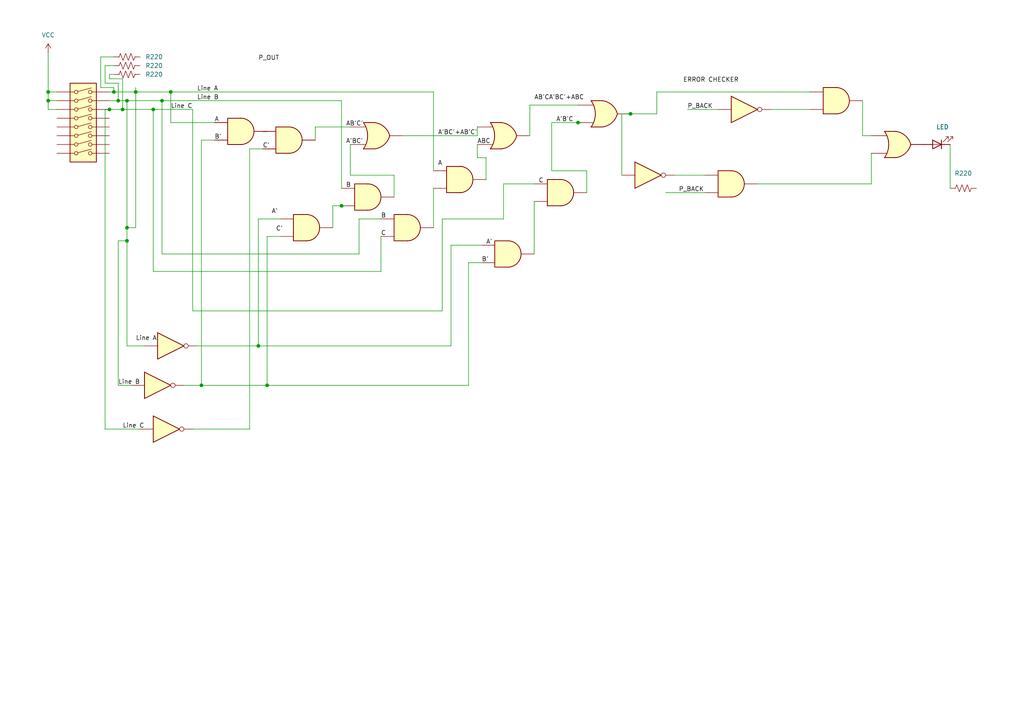
<source format=kicad_sch>
(kicad_sch (version 20250114) (generator "eeschema") (generator_version "9.0")
  (paper "A4")
  (lib_symbols
    (symbol "0_74xx:74HC08" (pin_numbers (hide yes)) (pin_names (offset 1.016) (hide yes))
      (property "Reference" "U" (at -2.54 5.08 0))
      (property "Value" "74HC08" (at 0 -5.08 0))
      (symbol "74HC08_1_1"
        (arc (start 0 3.81) (mid 3.7934 0) (end 0 -3.81) (stroke (width 0.254)) (fill (type background)))
        (polyline (pts (xy 0 3.81) (xy -3.81 3.81) (xy -3.81 -3.81) (xy 0 -3.81)) (stroke (width 0.254)) (fill (type background)))
        (pin input line (at -7.62 2.54 0) (length 3.81) (name "~") (number "1"))
        (pin input line (at -7.62 -2.54 0) (length 3.81) (name "~") (number "2"))
        (pin output line (at 7.62 0 180) (length 3.81) (name "~") (number "3"))
      )
      (symbol "74HC08_1_2"
        (arc (start -3.81 3.81) (mid -2.589 0) (end -3.81 -3.81) (stroke (width 0.254)))
        (polyline (pts (xy -3.81 3.81) (xy -0.635 3.81)) (stroke (width 0.254)) (fill (type background)))
        (polyline (pts (xy -3.81 -3.81) (xy -0.635 -3.81)) (stroke (width 0.254)) (fill (type background)))
        (arc (start 3.81 0) (mid 2.1855 -2.584) (end -0.6096 -3.81) (stroke (width 0.254)) (fill (type background)))
        (arc (start -0.6096 3.81) (mid 2.1928 2.5924) (end 3.81 0) (stroke (width 0.254)) (fill (type background)))
        (polyline (pts (xy -0.635 3.81) (xy -3.81 3.81) (xy -3.81 3.81) (xy -3.556 3.4036) (xy -3.0226 2.2606) (xy -2.6924 1.0414) (xy -2.6162 -0.254) (xy -2.7686 -1.4986) (xy -3.175 -2.7178) (xy -3.81 -3.81) (xy -3.81 -3.81) (xy -0.635 -3.81)) (stroke (width -25.4)) (fill (type background)))
        (pin input inverted (at -7.62 2.54 0) (length 4.318) (name "~") (number "1"))
        (pin input inverted (at -7.62 -2.54 0) (length 4.318) (name "~") (number "2"))
        (pin output inverted (at 7.62 0 180) (length 3.81) (name "~") (number "3"))
      )
      (symbol "74HC08_2_1"
        (arc (start 0 3.81) (mid 3.7934 0) (end 0 -3.81) (stroke (width 0.254)) (fill (type background)))
        (polyline (pts (xy 0 3.81) (xy -3.81 3.81) (xy -3.81 -3.81) (xy 0 -3.81)) (stroke (width 0.254)) (fill (type background)))
        (pin input line (at -7.62 2.54 0) (length 3.81) (name "~") (number "4"))
        (pin input line (at -7.62 -2.54 0) (length 3.81) (name "~") (number "5"))
        (pin output line (at 7.62 0 180) (length 3.81) (name "~") (number "6"))
      )
      (symbol "74HC08_2_2"
        (arc (start -3.81 3.81) (mid -2.589 0) (end -3.81 -3.81) (stroke (width 0.254)))
        (polyline (pts (xy -3.81 3.81) (xy -0.635 3.81)) (stroke (width 0.254)) (fill (type background)))
        (polyline (pts (xy -3.81 -3.81) (xy -0.635 -3.81)) (stroke (width 0.254)) (fill (type background)))
        (arc (start 3.81 0) (mid 2.1855 -2.584) (end -0.6096 -3.81) (stroke (width 0.254)) (fill (type background)))
        (arc (start -0.6096 3.81) (mid 2.1928 2.5924) (end 3.81 0) (stroke (width 0.254)) (fill (type background)))
        (polyline (pts (xy -0.635 3.81) (xy -3.81 3.81) (xy -3.81 3.81) (xy -3.556 3.4036) (xy -3.0226 2.2606) (xy -2.6924 1.0414) (xy -2.6162 -0.254) (xy -2.7686 -1.4986) (xy -3.175 -2.7178) (xy -3.81 -3.81) (xy -3.81 -3.81) (xy -0.635 -3.81)) (stroke (width -25.4)) (fill (type background)))
        (pin input inverted (at -7.62 2.54 0) (length 4.318) (name "~") (number "4"))
        (pin input inverted (at -7.62 -2.54 0) (length 4.318) (name "~") (number "5"))
        (pin output inverted (at 7.62 0 180) (length 3.81) (name "~") (number "6"))
      )
      (symbol "74HC08_3_1"
        (arc (start 0 3.81) (mid 3.7934 0) (end 0 -3.81) (stroke (width 0.254)) (fill (type background)))
        (polyline (pts (xy 0 3.81) (xy -3.81 3.81) (xy -3.81 -3.81) (xy 0 -3.81)) (stroke (width 0.254)) (fill (type background)))
        (pin input line (at -7.62 2.54 0) (length 3.81) (name "~") (number "9"))
        (pin input line (at -7.62 -2.54 0) (length 3.81) (name "~") (number "10"))
        (pin output line (at 7.62 0 180) (length 3.81) (name "~") (number "8"))
      )
      (symbol "74HC08_3_2"
        (arc (start -3.81 3.81) (mid -2.589 0) (end -3.81 -3.81) (stroke (width 0.254)))
        (polyline (pts (xy -3.81 3.81) (xy -0.635 3.81)) (stroke (width 0.254)) (fill (type background)))
        (polyline (pts (xy -3.81 -3.81) (xy -0.635 -3.81)) (stroke (width 0.254)) (fill (type background)))
        (arc (start 3.81 0) (mid 2.1855 -2.584) (end -0.6096 -3.81) (stroke (width 0.254)) (fill (type background)))
        (arc (start -0.6096 3.81) (mid 2.1928 2.5924) (end 3.81 0) (stroke (width 0.254)) (fill (type background)))
        (polyline (pts (xy -0.635 3.81) (xy -3.81 3.81) (xy -3.81 3.81) (xy -3.556 3.4036) (xy -3.0226 2.2606) (xy -2.6924 1.0414) (xy -2.6162 -0.254) (xy -2.7686 -1.4986) (xy -3.175 -2.7178) (xy -3.81 -3.81) (xy -3.81 -3.81) (xy -0.635 -3.81)) (stroke (width -25.4)) (fill (type background)))
        (pin input inverted (at -7.62 2.54 0) (length 4.318) (name "~") (number "9"))
        (pin input inverted (at -7.62 -2.54 0) (length 4.318) (name "~") (number "10"))
        (pin output inverted (at 7.62 0 180) (length 3.81) (name "~") (number "8"))
      )
      (symbol "74HC08_4_1"
        (arc (start 0 3.81) (mid 3.7934 0) (end 0 -3.81) (stroke (width 0.254)) (fill (type background)))
        (polyline (pts (xy 0 3.81) (xy -3.81 3.81) (xy -3.81 -3.81) (xy 0 -3.81)) (stroke (width 0.254)) (fill (type background)))
        (pin input line (at -7.62 2.54 0) (length 3.81) (name "~") (number "12"))
        (pin input line (at -7.62 -2.54 0) (length 3.81) (name "~") (number "13"))
        (pin output line (at 7.62 0 180) (length 3.81) (name "~") (number "11"))
      )
      (symbol "74HC08_4_2"
        (arc (start -3.81 3.81) (mid -2.589 0) (end -3.81 -3.81) (stroke (width 0.254)))
        (polyline (pts (xy -3.81 3.81) (xy -0.635 3.81)) (stroke (width 0.254)) (fill (type background)))
        (polyline (pts (xy -3.81 -3.81) (xy -0.635 -3.81)) (stroke (width 0.254)) (fill (type background)))
        (arc (start 3.81 0) (mid 2.1855 -2.584) (end -0.6096 -3.81) (stroke (width 0.254)) (fill (type background)))
        (arc (start -0.6096 3.81) (mid 2.1928 2.5924) (end 3.81 0) (stroke (width 0.254)) (fill (type background)))
        (polyline (pts (xy -0.635 3.81) (xy -3.81 3.81) (xy -3.81 3.81) (xy -3.556 3.4036) (xy -3.0226 2.2606) (xy -2.6924 1.0414) (xy -2.6162 -0.254) (xy -2.7686 -1.4986) (xy -3.175 -2.7178) (xy -3.81 -3.81) (xy -3.81 -3.81) (xy -0.635 -3.81)) (stroke (width -25.4)) (fill (type background)))
        (pin input inverted (at -7.62 2.54 0) (length 4.318) (name "~") (number "12"))
        (pin input inverted (at -7.62 -2.54 0) (length 4.318) (name "~") (number "13"))
        (pin output inverted (at 7.62 0 180) (length 3.81) (name "~") (number "11"))
      )
      (symbol "74HC08_5_0"
        (pin power_in line (at 0 12.7 270) (length 5.08) (name "VCC") (number "14"))
        (pin power_in line (at 0 -12.7 90) (length 5.08) (name "GND") (number "7"))
      )
      (symbol "74HC08_5_1"
        (rectangle (start -5.08 7.62) (end 5.08 -7.62) (stroke (width 0.254)) (fill (type background)))
      )
      (symbol "74HC08_5_2"
        (rectangle (start -5.08 7.62) (end 5.08 -7.62) (stroke (width 0.254)) (fill (type background)))
      )
    )
    (symbol "0_74xx:74HC32" (pin_numbers (hide yes)) (pin_names (offset 1.016) (hide yes))
      (property "Reference" "U" (at -2.54 5.08 0))
      (property "Value" "74HC32" (at 0 -5.08 0))
      (symbol "74HC32_1_1"
        (arc (start -3.81 3.81) (mid -2.589 0) (end -3.81 -3.81) (stroke (width 0.254)))
        (polyline (pts (xy -3.81 3.81) (xy -0.635 3.81)) (stroke (width 0.254)) (fill (type background)))
        (polyline (pts (xy -3.81 -3.81) (xy -0.635 -3.81)) (stroke (width 0.254)) (fill (type background)))
        (arc (start 3.81 0) (mid 2.1855 -2.584) (end -0.6096 -3.81) (stroke (width 0.254)) (fill (type background)))
        (arc (start -0.6096 3.81) (mid 2.1928 2.5924) (end 3.81 0) (stroke (width 0.254)) (fill (type background)))
        (polyline (pts (xy -0.635 3.81) (xy -3.81 3.81) (xy -3.81 3.81) (xy -3.556 3.4036) (xy -3.0226 2.2606) (xy -2.6924 1.0414) (xy -2.6162 -0.254) (xy -2.7686 -1.4986) (xy -3.175 -2.7178) (xy -3.81 -3.81) (xy -3.81 -3.81) (xy -0.635 -3.81)) (stroke (width -25.4)) (fill (type background)))
        (pin input line (at -7.62 2.54 0) (length 4.318) (name "~") (number "1"))
        (pin input line (at -7.62 -2.54 0) (length 4.318) (name "~") (number "2"))
        (pin output line (at 7.62 0 180) (length 3.81) (name "~") (number "3"))
      )
      (symbol "74HC32_1_2"
        (arc (start 0 3.81) (mid 3.7934 0) (end 0 -3.81) (stroke (width 0.254)) (fill (type background)))
        (polyline (pts (xy 0 3.81) (xy -3.81 3.81) (xy -3.81 -3.81) (xy 0 -3.81)) (stroke (width 0.254)) (fill (type background)))
        (pin input inverted (at -7.62 2.54 0) (length 3.81) (name "~") (number "1"))
        (pin input inverted (at -7.62 -2.54 0) (length 3.81) (name "~") (number "2"))
        (pin output inverted (at 7.62 0 180) (length 3.81) (name "~") (number "3"))
      )
      (symbol "74HC32_2_1"
        (arc (start -3.81 3.81) (mid -2.589 0) (end -3.81 -3.81) (stroke (width 0.254)))
        (polyline (pts (xy -3.81 3.81) (xy -0.635 3.81)) (stroke (width 0.254)) (fill (type background)))
        (polyline (pts (xy -3.81 -3.81) (xy -0.635 -3.81)) (stroke (width 0.254)) (fill (type background)))
        (arc (start 3.81 0) (mid 2.1855 -2.584) (end -0.6096 -3.81) (stroke (width 0.254)) (fill (type background)))
        (arc (start -0.6096 3.81) (mid 2.1928 2.5924) (end 3.81 0) (stroke (width 0.254)) (fill (type background)))
        (polyline (pts (xy -0.635 3.81) (xy -3.81 3.81) (xy -3.81 3.81) (xy -3.556 3.4036) (xy -3.0226 2.2606) (xy -2.6924 1.0414) (xy -2.6162 -0.254) (xy -2.7686 -1.4986) (xy -3.175 -2.7178) (xy -3.81 -3.81) (xy -3.81 -3.81) (xy -0.635 -3.81)) (stroke (width -25.4)) (fill (type background)))
        (pin input line (at -7.62 2.54 0) (length 4.318) (name "~") (number "4"))
        (pin input line (at -7.62 -2.54 0) (length 4.318) (name "~") (number "5"))
        (pin output line (at 7.62 0 180) (length 3.81) (name "~") (number "6"))
      )
      (symbol "74HC32_2_2"
        (arc (start 0 3.81) (mid 3.7934 0) (end 0 -3.81) (stroke (width 0.254)) (fill (type background)))
        (polyline (pts (xy 0 3.81) (xy -3.81 3.81) (xy -3.81 -3.81) (xy 0 -3.81)) (stroke (width 0.254)) (fill (type background)))
        (pin input inverted (at -7.62 2.54 0) (length 3.81) (name "~") (number "4"))
        (pin input inverted (at -7.62 -2.54 0) (length 3.81) (name "~") (number "5"))
        (pin output inverted (at 7.62 0 180) (length 3.81) (name "~") (number "6"))
      )
      (symbol "74HC32_3_1"
        (arc (start -3.81 3.81) (mid -2.589 0) (end -3.81 -3.81) (stroke (width 0.254)))
        (polyline (pts (xy -3.81 3.81) (xy -0.635 3.81)) (stroke (width 0.254)) (fill (type background)))
        (polyline (pts (xy -3.81 -3.81) (xy -0.635 -3.81)) (stroke (width 0.254)) (fill (type background)))
        (arc (start 3.81 0) (mid 2.1855 -2.584) (end -0.6096 -3.81) (stroke (width 0.254)) (fill (type background)))
        (arc (start -0.6096 3.81) (mid 2.1928 2.5924) (end 3.81 0) (stroke (width 0.254)) (fill (type background)))
        (polyline (pts (xy -0.635 3.81) (xy -3.81 3.81) (xy -3.81 3.81) (xy -3.556 3.4036) (xy -3.0226 2.2606) (xy -2.6924 1.0414) (xy -2.6162 -0.254) (xy -2.7686 -1.4986) (xy -3.175 -2.7178) (xy -3.81 -3.81) (xy -3.81 -3.81) (xy -0.635 -3.81)) (stroke (width -25.4)) (fill (type background)))
        (pin input line (at -7.62 2.54 0) (length 4.318) (name "~") (number "9"))
        (pin input line (at -7.62 -2.54 0) (length 4.318) (name "~") (number "10"))
        (pin output line (at 7.62 0 180) (length 3.81) (name "~") (number "8"))
      )
      (symbol "74HC32_3_2"
        (arc (start 0 3.81) (mid 3.7934 0) (end 0 -3.81) (stroke (width 0.254)) (fill (type background)))
        (polyline (pts (xy 0 3.81) (xy -3.81 3.81) (xy -3.81 -3.81) (xy 0 -3.81)) (stroke (width 0.254)) (fill (type background)))
        (pin input inverted (at -7.62 2.54 0) (length 3.81) (name "~") (number "9"))
        (pin input inverted (at -7.62 -2.54 0) (length 3.81) (name "~") (number "10"))
        (pin output inverted (at 7.62 0 180) (length 3.81) (name "~") (number "8"))
      )
      (symbol "74HC32_4_1"
        (arc (start -3.81 3.81) (mid -2.589 0) (end -3.81 -3.81) (stroke (width 0.254)))
        (polyline (pts (xy -3.81 3.81) (xy -0.635 3.81)) (stroke (width 0.254)) (fill (type background)))
        (polyline (pts (xy -3.81 -3.81) (xy -0.635 -3.81)) (stroke (width 0.254)) (fill (type background)))
        (arc (start 3.81 0) (mid 2.1855 -2.584) (end -0.6096 -3.81) (stroke (width 0.254)) (fill (type background)))
        (arc (start -0.6096 3.81) (mid 2.1928 2.5924) (end 3.81 0) (stroke (width 0.254)) (fill (type background)))
        (polyline (pts (xy -0.635 3.81) (xy -3.81 3.81) (xy -3.81 3.81) (xy -3.556 3.4036) (xy -3.0226 2.2606) (xy -2.6924 1.0414) (xy -2.6162 -0.254) (xy -2.7686 -1.4986) (xy -3.175 -2.7178) (xy -3.81 -3.81) (xy -3.81 -3.81) (xy -0.635 -3.81)) (stroke (width -25.4)) (fill (type background)))
        (pin input line (at -7.62 2.54 0) (length 4.318) (name "~") (number "12"))
        (pin input line (at -7.62 -2.54 0) (length 4.318) (name "~") (number "13"))
        (pin output line (at 7.62 0 180) (length 3.81) (name "~") (number "11"))
      )
      (symbol "74HC32_4_2"
        (arc (start 0 3.81) (mid 3.7934 0) (end 0 -3.81) (stroke (width 0.254)) (fill (type background)))
        (polyline (pts (xy 0 3.81) (xy -3.81 3.81) (xy -3.81 -3.81) (xy 0 -3.81)) (stroke (width 0.254)) (fill (type background)))
        (pin input inverted (at -7.62 2.54 0) (length 3.81) (name "~") (number "12"))
        (pin input inverted (at -7.62 -2.54 0) (length 3.81) (name "~") (number "13"))
        (pin output inverted (at 7.62 0 180) (length 3.81) (name "~") (number "11"))
      )
      (symbol "74HC32_5_0"
        (pin power_in line (at 0 12.7 270) (length 5.08) (name "VCC") (number "14"))
        (pin power_in line (at 0 -12.7 90) (length 5.08) (name "GND") (number "7"))
      )
      (symbol "74HC32_5_1"
        (rectangle (start -5.08 7.62) (end 5.08 -7.62) (stroke (width 0.254)) (fill (type background)))
      )
      (symbol "74HC32_5_2"
        (rectangle (start -5.08 7.62) (end 5.08 -7.62) (stroke (width 0.254)) (fill (type background)))
      )
    )
    (symbol "74xx:74LS04" (pin_numbers (hide yes)) (pin_names (hide yes))
      (property "Reference" "U" (at 0 1.27 0))
      (property "Value" "74LS04" (at 0 -1.27 0))
      (symbol "74LS04_1_0"
        (polyline (pts (xy -3.81 3.81) (xy -3.81 -3.81) (xy 3.81 0) (xy -3.81 3.81)) (stroke (width 0.254)) (fill (type background)))
        (pin input line (at -7.62 0 0) (length 3.81) (name "~") (number "1"))
        (pin output inverted (at 7.62 0 180) (length 3.81) (name "~") (number "2"))
      )
      (symbol "74LS04_2_0"
        (polyline (pts (xy -3.81 3.81) (xy -3.81 -3.81) (xy 3.81 0) (xy -3.81 3.81)) (stroke (width 0.254)) (fill (type background)))
        (pin input line (at -7.62 0 0) (length 3.81) (name "~") (number "3"))
        (pin output inverted (at 7.62 0 180) (length 3.81) (name "~") (number "4"))
      )
      (symbol "74LS04_3_0"
        (polyline (pts (xy -3.81 3.81) (xy -3.81 -3.81) (xy 3.81 0) (xy -3.81 3.81)) (stroke (width 0.254)) (fill (type background)))
        (pin input line (at -7.62 0 0) (length 3.81) (name "~") (number "5"))
        (pin output inverted (at 7.62 0 180) (length 3.81) (name "~") (number "6"))
      )
      (symbol "74LS04_4_0"
        (polyline (pts (xy -3.81 3.81) (xy -3.81 -3.81) (xy 3.81 0) (xy -3.81 3.81)) (stroke (width 0.254)) (fill (type background)))
        (pin input line (at -7.62 0 0) (length 3.81) (name "~") (number "9"))
        (pin output inverted (at 7.62 0 180) (length 3.81) (name "~") (number "8"))
      )
      (symbol "74LS04_5_0"
        (polyline (pts (xy -3.81 3.81) (xy -3.81 -3.81) (xy 3.81 0) (xy -3.81 3.81)) (stroke (width 0.254)) (fill (type background)))
        (pin input line (at -7.62 0 0) (length 3.81) (name "~") (number "11"))
        (pin output inverted (at 7.62 0 180) (length 3.81) (name "~") (number "10"))
      )
      (symbol "74LS04_6_0"
        (polyline (pts (xy -3.81 3.81) (xy -3.81 -3.81) (xy 3.81 0) (xy -3.81 3.81)) (stroke (width 0.254)) (fill (type background)))
        (pin input line (at -7.62 0 0) (length 3.81) (name "~") (number "13"))
        (pin output inverted (at 7.62 0 180) (length 3.81) (name "~") (number "12"))
      )
      (symbol "74LS04_7_0"
        (pin power_in line (at 0 12.7 270) (length 5.08) (name "VCC") (number "14"))
        (pin power_in line (at 0 -12.7 90) (length 5.08) (name "GND") (number "7"))
      )
      (symbol "74LS04_7_1"
        (rectangle (start -5.08 7.62) (end 5.08 -7.62) (stroke (width 0.254)) (fill (type background)))
      )
    )
    (symbol "Device:LED" (pin_numbers (hide yes)) (pin_names (offset 1.016) (hide yes))
      (property "Reference" "D" (at 0 2.54 0))
      (property "Value" "LED" (at 0 -2.54 0))
      (symbol "LED_0_1"
        (polyline (pts (xy -3.048 -0.762) (xy -4.572 -2.286) (xy -3.81 -2.286) (xy -4.572 -2.286) (xy -4.572 -1.524)))
        (polyline (pts (xy -1.778 -0.762) (xy -3.302 -2.286) (xy -2.54 -2.286) (xy -3.302 -2.286) (xy -3.302 -1.524)))
        (polyline (pts (xy -1.27 0) (xy 1.27 0)))
        (polyline (pts (xy -1.27 -1.27) (xy -1.27 1.27)) (stroke (width 0.254)))
        (polyline (pts (xy 1.27 -1.27) (xy 1.27 1.27) (xy -1.27 0) (xy 1.27 -1.27)) (stroke (width 0.254)))
      )
      (symbol "LED_1_1"
        (pin passive line (at -3.81 0 0) (length 2.54) (name "K") (number "1"))
        (pin passive line (at 3.81 0 180) (length 2.54) (name "A") (number "2"))
      )
    )
    (symbol "Device:R_US" (pin_numbers (hide yes)) (pin_names (offset 0) (hide yes))
      (property "Reference" "R" (at 2.54 0 90))
      (property "Value" "R_US" (at -2.54 0 90))
      (symbol "R_US_0_1"
        (polyline (pts (xy 0 2.286) (xy 0 2.54)))
        (polyline (pts (xy 0 2.286) (xy 1.016 1.905) (xy 0 1.524) (xy -1.016 1.143) (xy 0 0.762)))
        (polyline (pts (xy 0 0.762) (xy 1.016 0.381) (xy 0 0) (xy -1.016 -0.381) (xy 0 -0.762)))
        (polyline (pts (xy 0 -0.762) (xy 1.016 -1.143) (xy 0 -1.524) (xy -1.016 -1.905) (xy 0 -2.286)))
        (polyline (pts (xy 0 -2.286) (xy 0 -2.54)))
      )
      (symbol "R_US_1_1"
        (pin passive line (at 0 3.81 270) (length 1.27) (name "~") (number "1"))
        (pin passive line (at 0 -3.81 90) (length 1.27) (name "~") (number "2"))
      )
    )
    (symbol "Switch:SW_DIP_x08" (pin_numbers (hide yes)) (pin_names (offset 0) (hide yes))
      (property "Reference" "SW" (at 0 13.97 0))
      (property "Value" "SW_DIP_x08" (at 0 -11.43 0))
      (symbol "SW_DIP_x08_0_0"
        (circle (center -2.032 10.16) (radius 0.508))
        (circle (center -2.032 7.62) (radius 0.508))
        (circle (center -2.032 5.08) (radius 0.508))
        (circle (center -2.032 2.54) (radius 0.508))
        (circle (center -2.032 0) (radius 0.508))
        (circle (center -2.032 -2.54) (radius 0.508))
        (circle (center -2.032 -5.08) (radius 0.508))
        (circle (center -2.032 -7.62) (radius 0.508))
        (polyline (pts (xy -1.524 10.287) (xy 2.3622 11.3284)))
        (polyline (pts (xy -1.524 7.747) (xy 2.3622 8.7884)))
        (polyline (pts (xy -1.524 5.207) (xy 2.3622 6.2484)))
        (polyline (pts (xy -1.524 2.667) (xy 2.3622 3.7084)))
        (polyline (pts (xy -1.524 0.127) (xy 2.3622 1.1684)))
        (polyline (pts (xy -1.524 -2.3876) (xy 2.3622 -1.3462)))
        (polyline (pts (xy -1.524 -4.9276) (xy 2.3622 -3.8862)))
        (polyline (pts (xy -1.524 -7.4676) (xy 2.3622 -6.4262)))
        (circle (center 2.032 10.16) (radius 0.508))
        (circle (center 2.032 7.62) (radius 0.508))
        (circle (center 2.032 5.08) (radius 0.508))
        (circle (center 2.032 2.54) (radius 0.508))
        (circle (center 2.032 0) (radius 0.508))
        (circle (center 2.032 -2.54) (radius 0.508))
        (circle (center 2.032 -5.08) (radius 0.508))
        (circle (center 2.032 -7.62) (radius 0.508))
      )
      (symbol "SW_DIP_x08_0_1"
        (rectangle (start -3.81 12.7) (end 3.81 -10.16) (stroke (width 0.254)) (fill (type background)))
      )
      (symbol "SW_DIP_x08_1_1"
        (pin passive line (at -7.62 10.16 0) (length 5.08) (name "~") (number "1"))
        (pin passive line (at -7.62 7.62 0) (length 5.08) (name "~") (number "2"))
        (pin passive line (at -7.62 5.08 0) (length 5.08) (name "~") (number "3"))
        (pin passive line (at -7.62 2.54 0) (length 5.08) (name "~") (number "4"))
        (pin passive line (at -7.62 0 0) (length 5.08) (name "~") (number "5"))
        (pin passive line (at -7.62 -2.54 0) (length 5.08) (name "~") (number "6"))
        (pin passive line (at -7.62 -5.08 0) (length 5.08) (name "~") (number "7"))
        (pin passive line (at -7.62 -7.62 0) (length 5.08) (name "~") (number "8"))
        (pin passive line (at 7.62 10.16 180) (length 5.08) (name "~") (number "16"))
        (pin passive line (at 7.62 7.62 180) (length 5.08) (name "~") (number "15"))
        (pin passive line (at 7.62 5.08 180) (length 5.08) (name "~") (number "14"))
        (pin passive line (at 7.62 2.54 180) (length 5.08) (name "~") (number "13"))
        (pin passive line (at 7.62 0 180) (length 5.08) (name "~") (number "12"))
        (pin passive line (at 7.62 -2.54 180) (length 5.08) (name "~") (number "11"))
        (pin passive line (at 7.62 -5.08 180) (length 5.08) (name "~") (number "10"))
        (pin passive line (at 7.62 -7.62 180) (length 5.08) (name "~") (number "9"))
      )
    )
    (symbol "power:VCC" (power) (pin_numbers (hide yes)) (pin_names (offset 0) (hide yes))
      (property "Value" "VCC" (at 0 3.556 0))
      (symbol "VCC_0_1"
        (polyline (pts (xy -0.762 1.27) (xy 0 2.54)))
        (polyline (pts (xy 0 2.54) (xy 0.762 1.27)))
        (polyline (pts (xy 0 0) (xy 0 2.54)))
      )
      (symbol "VCC_1_1"
        (pin power_in line (at 0 0 90) (length 0) (name "~") (number "1"))
      )
    )
  )
  (junction (at 13.97 26.67))
  (junction (at 58.42 111.76))
  (junction (at 99.06 59.69))
  (junction (at 36.83 29.21))
  (junction (at 33.02 26.67))
  (junction (at 13.97 29.21))
  (junction (at 77.47 111.76))
  (junction (at 167.64 35.56))
  (junction (at 44.45 31.75))
  (junction (at 36.83 66.04))
  (junction (at 31.75 31.75))
  (junction (at 46.99 29.21))
  (junction (at 49.53 26.67))
  (junction (at 35.56 31.75))
  (junction (at 74.93 100.33))
  (junction (at 182.88 33.02))
  (junction (at 39.37 26.67))
  (junction (at 34.29 29.21))
  (junction (at 36.83 69.85))
  (wire (pts (xy 30.48 19.05) (xy 33.02 19.05)))
  (wire (pts (xy 29.21 25.4) (xy 29.21 16.51)))
  (wire (pts (xy 33.02 25.4) (xy 29.21 25.4)))
  (wire (pts (xy 99.06 59.69) (xy 100.33 59.69)))
  (wire (pts (xy 34.29 24.13) (xy 30.48 24.13)))
  (wire (pts (xy 55.88 124.46) (xy 72.39 124.46)))
  (wire (pts (xy 31.75 21.59) (xy 33.02 21.59)))
  (wire (pts (xy 35.56 22.86) (xy 31.75 22.86)))
  (wire (pts (xy 31.75 26.67) (xy 33.02 26.67)))
  (wire (pts (xy 31.75 31.75) (xy 35.56 31.75)))
  (wire (pts (xy 31.75 29.21) (xy 34.29 29.21)))
  (wire (pts (xy 34.29 29.21) (xy 36.83 29.21)))
  (wire (pts (xy 36.83 100.33) (xy 41.91 100.33)))
  (wire (pts (xy 36.83 66.04) (xy 36.83 29.21)))
  (wire (pts (xy 138.43 39.37) (xy 138.43 36.83)))
  (wire (pts (xy 110.49 68.58) (xy 110.49 78.74)))
  (wire (pts (xy 110.49 63.5) (xy 104.14 63.5)))
  (wire (pts (xy 154.94 53.34) (xy 146.05 53.34)))
  (wire (pts (xy 77.47 68.58) (xy 77.47 111.76)))
  (wire (pts (xy 46.99 73.66) (xy 46.99 29.21)))
  (wire (pts (xy 36.83 66.04) (xy 39.37 66.04)))
  (wire (pts (xy 29.21 16.51) (xy 33.02 16.51)))
  (wire (pts (xy 74.93 63.5) (xy 81.28 63.5)))
  (wire (pts (xy 76.2 38.1) (xy 77.47 38.1)))
  (wire (pts (xy 182.88 33.02) (xy 190.5 33.02)))
  (wire (pts (xy 170.18 55.88) (xy 170.18 49.53)))
  (wire (pts (xy 153.67 30.48) (xy 167.64 30.48)))
  (wire (pts (xy 138.43 45.72) (xy 138.43 41.91)))
  (wire (pts (xy 160.02 35.56) (xy 167.64 35.56)))
  (wire (pts (xy 167.64 35.56) (xy 168.91 35.56)))
  (wire (pts (xy 34.29 69.85) (xy 34.29 111.76)))
  (wire (pts (xy 16.51 31.75) (xy 13.97 31.75)))
  (wire (pts (xy 13.97 29.21) (xy 13.97 26.67)))
  (wire (pts (xy 31.75 22.86) (xy 31.75 21.59)))
  (wire (pts (xy 154.94 73.66) (xy 154.94 58.42)))
  (wire (pts (xy 275.59 41.91) (xy 275.59 54.61)))
  (wire (pts (xy 44.45 31.75) (xy 55.88 31.75)))
  (wire (pts (xy 146.05 53.34) (xy 146.05 63.5)))
  (wire (pts (xy 57.15 100.33) (xy 74.93 100.33)))
  (wire (pts (xy 128.27 63.5) (xy 128.27 90.17)))
  (wire (pts (xy 36.83 29.21) (xy 46.99 29.21)))
  (wire (pts (xy 13.97 15.24) (xy 13.97 26.67)))
  (wire (pts (xy 16.51 29.21) (xy 13.97 29.21)))
  (wire (pts (xy 49.53 26.67) (xy 125.73 26.67)))
  (wire (pts (xy 153.67 39.37) (xy 153.67 30.48)))
  (wire (pts (xy 140.97 45.72) (xy 138.43 45.72)))
  (wire (pts (xy 146.05 63.5) (xy 128.27 63.5)))
  (wire (pts (xy 36.83 69.85) (xy 36.83 100.33)))
  (wire (pts (xy 55.88 90.17) (xy 55.88 31.75)))
  (wire (pts (xy 77.47 111.76) (xy 135.89 111.76)))
  (wire (pts (xy 35.56 31.75) (xy 35.56 22.86)))
  (wire (pts (xy 130.81 71.12) (xy 130.81 100.33)))
  (wire (pts (xy 140.97 52.07) (xy 140.97 45.72)))
  (wire (pts (xy 128.27 90.17) (xy 55.88 90.17)))
  (wire (pts (xy 58.42 40.64) (xy 58.42 111.76)))
  (wire (pts (xy 34.29 69.85) (xy 36.83 69.85)))
  (wire (pts (xy 116.84 39.37) (xy 138.43 39.37)))
  (wire (pts (xy 16.51 26.67) (xy 13.97 26.67)))
  (wire (pts (xy 74.93 100.33) (xy 130.81 100.33)))
  (wire (pts (xy 195.58 50.8) (xy 204.47 50.8)))
  (wire (pts (xy 72.39 43.18) (xy 76.2 43.18)))
  (wire (pts (xy 125.73 49.53) (xy 125.73 26.67)))
  (wire (pts (xy 91.44 40.64) (xy 91.44 36.83)))
  (wire (pts (xy 101.6 50.8) (xy 101.6 41.91)))
  (wire (pts (xy 252.73 53.34) (xy 252.73 44.45)))
  (wire (pts (xy 139.7 71.12) (xy 130.81 71.12)))
  (wire (pts (xy 99.06 54.61) (xy 99.06 29.21)))
  (wire (pts (xy 114.3 50.8) (xy 101.6 50.8)))
  (wire (pts (xy 30.48 31.75) (xy 31.75 31.75)))
  (wire (pts (xy 190.5 33.02) (xy 190.5 26.67)))
  (wire (pts (xy 199.39 31.75) (xy 208.28 31.75)))
  (wire (pts (xy 58.42 40.64) (xy 62.23 40.64)))
  (wire (pts (xy 180.34 33.02) (xy 180.34 50.8)))
  (wire (pts (xy 77.47 68.58) (xy 81.28 68.58)))
  (wire (pts (xy 96.52 66.04) (xy 96.52 59.69)))
  (wire (pts (xy 49.53 35.56) (xy 49.53 26.67)))
  (wire (pts (xy 96.52 59.69) (xy 99.06 59.69)))
  (wire (pts (xy 72.39 43.18) (xy 72.39 124.46)))
  (wire (pts (xy 39.37 26.67) (xy 49.53 26.67)))
  (wire (pts (xy 62.23 35.56) (xy 49.53 35.56)))
  (wire (pts (xy 58.42 111.76) (xy 77.47 111.76)))
  (wire (pts (xy 104.14 63.5) (xy 104.14 73.66)))
  (wire (pts (xy 39.37 25.4) (xy 39.37 26.67)))
  (wire (pts (xy 35.56 31.75) (xy 44.45 31.75)))
  (wire (pts (xy 44.45 31.75) (xy 44.45 78.74)))
  (wire (pts (xy 36.83 66.04) (xy 36.83 69.85)))
  (wire (pts (xy 34.29 111.76) (xy 38.1 111.76)))
  (wire (pts (xy 13.97 31.75) (xy 13.97 29.21)))
  (wire (pts (xy 250.19 39.37) (xy 252.73 39.37)))
  (wire (pts (xy 250.19 29.21) (xy 250.19 39.37)))
  (wire (pts (xy 33.02 26.67) (xy 33.02 25.4)))
  (wire (pts (xy 125.73 54.61) (xy 125.73 66.04)))
  (wire (pts (xy 74.93 63.5) (xy 74.93 100.33)))
  (wire (pts (xy 160.02 35.56) (xy 160.02 49.53)))
  (wire (pts (xy 39.37 66.04) (xy 39.37 26.67)))
  (wire (pts (xy 114.3 57.15) (xy 114.3 50.8)))
  (wire (pts (xy 30.48 24.13) (xy 30.48 19.05)))
  (wire (pts (xy 53.34 111.76) (xy 58.42 111.76)))
  (wire (pts (xy 91.44 36.83) (xy 101.6 36.83)))
  (wire (pts (xy 33.02 26.67) (xy 39.37 26.67)))
  (wire (pts (xy 193.04 55.88) (xy 204.47 55.88)))
  (wire (pts (xy 223.52 31.75) (xy 234.95 31.75)))
  (wire (pts (xy 104.14 73.66) (xy 46.99 73.66)))
  (wire (pts (xy 30.48 124.46) (xy 40.64 124.46)))
  (wire (pts (xy 190.5 26.67) (xy 234.95 26.67)))
  (wire (pts (xy 170.18 49.53) (xy 160.02 49.53)))
  (wire (pts (xy 135.89 76.2) (xy 135.89 111.76)))
  (wire (pts (xy 219.71 53.34) (xy 252.73 53.34)))
  (wire (pts (xy 135.89 76.2) (xy 139.7 76.2)))
  (wire (pts (xy 110.49 78.74) (xy 44.45 78.74)))
  (wire (pts (xy 30.48 31.75) (xy 30.48 124.46)))
  (wire (pts (xy 34.29 29.21) (xy 34.29 24.13)))
  (wire (pts (xy 46.99 29.21) (xy 99.06 29.21)))
  (wire (pts (xy 182.88 33.02) (xy 180.34 33.02)))
  (label "B'" (at 139.7 76.2 0))
  (label "C" (at 156.21 53.34 0))
  (label "B" (at 110.49 63.5 0))
  (label "A'" (at 78.74 62.23 0))
  (label "P_OUT" (at 74.93 17.78 0))
  (label "Line A" (at 57.15 26.67 0))
  (label "Line B" (at 57.15 29.21 0))
  (label "Line C" (at 35.56 124.46 0))
  (label "A'BC'+AB'C'" (at 127 39.37 0))
  (label "B" (at 100.33 54.61 0))
  (label "A'B'C" (at 161.29 35.56 0))
  (label "A'BC'" (at 100.33 41.91 0))
  (label "Line B" (at 34.29 111.76 0))
  (label "ERROR CHECKER" (at 198.12 24.13 0))
  (label "C" (at 110.49 68.58 0))
  (label "P_BACK" (at 196.85 55.88 0))
  (label "AB'CA'BC'+ABC" (at 154.94 29.21 0))
  (label "ABC" (at 138.43 41.91 0))
  (label "Line C" (at 49.53 31.75 0))
  (label "C'" (at 80.01 67.31 0))
  (label "A" (at 127 48.26 0))
  (label "A'" (at 140.97 71.12 0))
  (label "C'" (at 76.2 43.18 0))
  (label "B'" (at 62.23 40.64 0))
  (label "P_BACK" (at 199.39 31.75 0))
  (label "A" (at 62.23 35.56 0))
  (label "AB'C'" (at 100.33 36.83 0))
  (label "Line A" (at 39.37 99.06 0))
  (symbol (lib_id "0_74xx:74HC08") (at 133.35 52.07 0) (unit 1)
    (property "Reference" "U?" (effects (hide yes)))
    (property "Value" "74HC08" (effects (hide yes)))
    (property "Description" "AND, 2-Input, Quad" (effects (hide yes)))
  )
  (symbol (lib_id "0_74xx:74HC08") (at 88.9 66.04 0) (unit 1)
    (property "Reference" "U?" (effects (hide yes)))
    (property "Value" "74HC08" (effects (hide yes)))
    (property "Description" "AND, 2-Input, Quad" (effects (hide yes)))
  )
  (symbol (lib_id "74xx:74LS04") (at 187.96 50.8 0) (unit 1)
    (property "Reference" "U?" (effects (hide yes)))
    (property "Value" "74LS04" (effects (hide yes)))
    (property "Datasheet" "http://www.ti.com/lit/gpn/sn74LS04" (effects (hide yes)))
    (property "Description" "Hex Inverter" (effects (hide yes)))
  )
  (symbol (lib_id "74xx:74LS04") (at 45.72 111.76 0) (unit 1)
    (property "Reference" "U?" (effects (hide yes)))
    (property "Value" "74LS04" (effects (hide yes)))
    (property "Datasheet" "http://www.ti.com/lit/gpn/sn74LS04" (effects (hide yes)))
    (property "Description" "Hex Inverter" (effects (hide yes)))
  )
  (symbol (lib_id "0_74xx:74HC08") (at 162.56 55.88 0) (unit 1)
    (property "Reference" "U?" (effects (hide yes)))
    (property "Value" "74HC08" (effects (hide yes)))
    (property "Description" "AND, 2-Input, Quad" (effects (hide yes)))
  )
  (symbol (lib_id "Device:LED") (at 271.78 41.91 180) (unit 1)
    (property "Reference" "LED1" (effects (hide yes)))
    (property "Value" "LED" (at 273.3675 36.83 0))
    (property "Description" "Light emitting diode" (effects (hide yes)))
    (property "Sim.Pins" "1=K 2=A" (effects (hide yes)))
  )
  (symbol (lib_id "power:VCC") (at 13.97 15.24 0) (unit 1)
    (property "Reference" "#PWR01" (effects (hide yes)))
    (property "Value" "VCC" (at 13.97 10.16 0))
    (property "Description" "Power symbol creates a global label with name \"VCC\"" (effects (hide yes)))
  )
  (symbol (lib_id "0_74xx:74HC32") (at 146.05 39.37 0) (unit 1)
    (property "Reference" "U?" (effects (hide yes)))
    (property "Value" "74HC32" (effects (hide yes)))
    (property "Description" "OR, 2-Input, Quad" (effects (hide yes)))
  )
  (symbol (lib_id "74xx:74LS04") (at 215.9 31.75 0) (unit 1)
    (property "Reference" "U?" (effects (hide yes)))
    (property "Value" "74LS04" (effects (hide yes)))
    (property "Datasheet" "http://www.ti.com/lit/gpn/sn74LS04" (effects (hide yes)))
    (property "Description" "Hex Inverter" (effects (hide yes)))
  )
  (symbol (lib_id "Device:R_US") (at 36.83 21.59 90) (unit 1)
    (property "Reference" "R220" (at 44.704 21.59 90))
    (property "Value" "R_US" (effects (hide yes)))
    (property "Description" "Resistor, US symbol" (effects (hide yes)))
  )
  (symbol (lib_id "0_74xx:74HC32") (at 175.26 33.02 0) (unit 1)
    (property "Reference" "U?" (effects (hide yes)))
    (property "Value" "74HC32" (effects (hide yes)))
    (property "Description" "OR, 2-Input, Quad" (effects (hide yes)))
  )
  (symbol (lib_id "0_74xx:74HC08") (at 118.11 66.04 0) (unit 1)
    (property "Reference" "U?" (effects (hide yes)))
    (property "Value" "74HC08" (effects (hide yes)))
    (property "Description" "AND, 2-Input, Quad" (effects (hide yes)))
  )
  (symbol (lib_id "0_74xx:74HC08") (at 147.32 73.66 0) (unit 1)
    (property "Reference" "U?" (effects (hide yes)))
    (property "Value" "74HC08" (effects (hide yes)))
    (property "Description" "AND, 2-Input, Quad" (effects (hide yes)))
  )
  (symbol (lib_id "Switch:SW_DIP_x08") (at 24.13 36.83 0) (unit 1)
    (property "Reference" "SW?" (effects (hide yes)))
    (property "Value" "SW_DIP_x08" (effects (hide yes)))
    (property "Description" "8x DIP Switch, Single Pole Single Throw (SPST) switch, small symbol" (effects (hide yes)))
  )
  (symbol (lib_id "0_74xx:74HC32") (at 260.35 41.91 0) (unit 1)
    (property "Reference" "U?" (effects (hide yes)))
    (property "Value" "74HC32" (effects (hide yes)))
    (property "Description" "OR, 2-Input, Quad" (effects (hide yes)))
  )
  (symbol (lib_id "0_74xx:74HC08") (at 242.57 29.21 0) (unit 1)
    (property "Reference" "U?" (effects (hide yes)))
    (property "Value" "74HC08" (effects (hide yes)))
    (property "Description" "AND, 2-Input, Quad" (effects (hide yes)))
  )
  (symbol (lib_id "0_74xx:74HC08") (at 106.68 57.15 0) (unit 1)
    (property "Reference" "U?" (effects (hide yes)))
    (property "Value" "74HC08" (effects (hide yes)))
    (property "Description" "AND, 2-Input, Quad" (effects (hide yes)))
  )
  (symbol (lib_id "Device:R_US") (at 36.83 19.05 90) (unit 1)
    (property "Reference" "R220" (at 44.704 19.05 90))
    (property "Value" "R_US" (effects (hide yes)))
    (property "Description" "Resistor, US symbol" (effects (hide yes)))
  )
  (symbol (lib_id "74xx:74LS04") (at 48.26 124.46 0) (unit 1)
    (property "Reference" "U?" (effects (hide yes)))
    (property "Value" "74LS04" (effects (hide yes)))
    (property "Datasheet" "http://www.ti.com/lit/gpn/sn74LS04" (effects (hide yes)))
    (property "Description" "Hex Inverter" (effects (hide yes)))
  )
  (symbol (lib_id "0_74xx:74HC08") (at 69.85 38.1 0) (unit 1)
    (property "Reference" "U?" (effects (hide yes)))
    (property "Value" "74HC08" (effects (hide yes)))
    (property "Description" "AND, 2-Input, Quad" (effects (hide yes)))
  )
  (symbol (lib_id "74xx:74LS04") (at 49.53 100.33 0) (unit 1)
    (property "Reference" "U?" (effects (hide yes)))
    (property "Value" "74LS04" (effects (hide yes)))
    (property "Datasheet" "http://www.ti.com/lit/gpn/sn74LS04" (effects (hide yes)))
    (property "Description" "Hex Inverter" (effects (hide yes)))
  )
  (symbol (lib_id "0_74xx:74HC08") (at 212.09 53.34 0) (unit 1)
    (property "Reference" "U?" (effects (hide yes)))
    (property "Value" "74HC08" (effects (hide yes)))
    (property "Description" "AND, 2-Input, Quad" (effects (hide yes)))
  )
  (symbol (lib_id "Device:R_US") (at 279.4 54.61 90) (unit 1)
    (property "Reference" "R220" (at 279.4 50.292 90))
    (property "Value" "R_US" (effects (hide yes)))
    (property "Description" "Resistor, US symbol" (effects (hide yes)))
  )
  (symbol (lib_id "0_74xx:74HC32") (at 109.22 39.37 0) (unit 1)
    (property "Reference" "U?" (effects (hide yes)))
    (property "Value" "74HC32" (effects (hide yes)))
    (property "Description" "OR, 2-Input, Quad" (effects (hide yes)))
  )
  (symbol (lib_id "Device:R_US") (at 36.83 16.51 90) (unit 1)
    (property "Reference" "R220" (at 44.704 16.51 90))
    (property "Value" "R_US" (effects (hide yes)))
    (property "Description" "Resistor, US symbol" (effects (hide yes)))
  )
  (symbol (lib_id "0_74xx:74HC08") (at 83.82 40.64 0) (unit 1)
    (property "Reference" "U?" (effects (hide yes)))
    (property "Value" "74HC08" (effects (hide yes)))
    (property "Description" "AND, 2-Input, Quad" (effects (hide yes)))
  )
)
</source>
